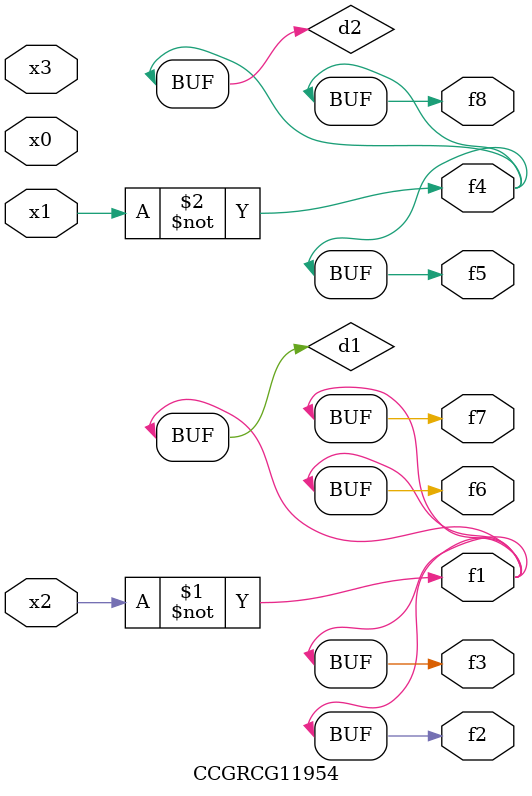
<source format=v>
module CCGRCG11954(
	input x0, x1, x2, x3,
	output f1, f2, f3, f4, f5, f6, f7, f8
);

	wire d1, d2;

	xnor (d1, x2);
	not (d2, x1);
	assign f1 = d1;
	assign f2 = d1;
	assign f3 = d1;
	assign f4 = d2;
	assign f5 = d2;
	assign f6 = d1;
	assign f7 = d1;
	assign f8 = d2;
endmodule

</source>
